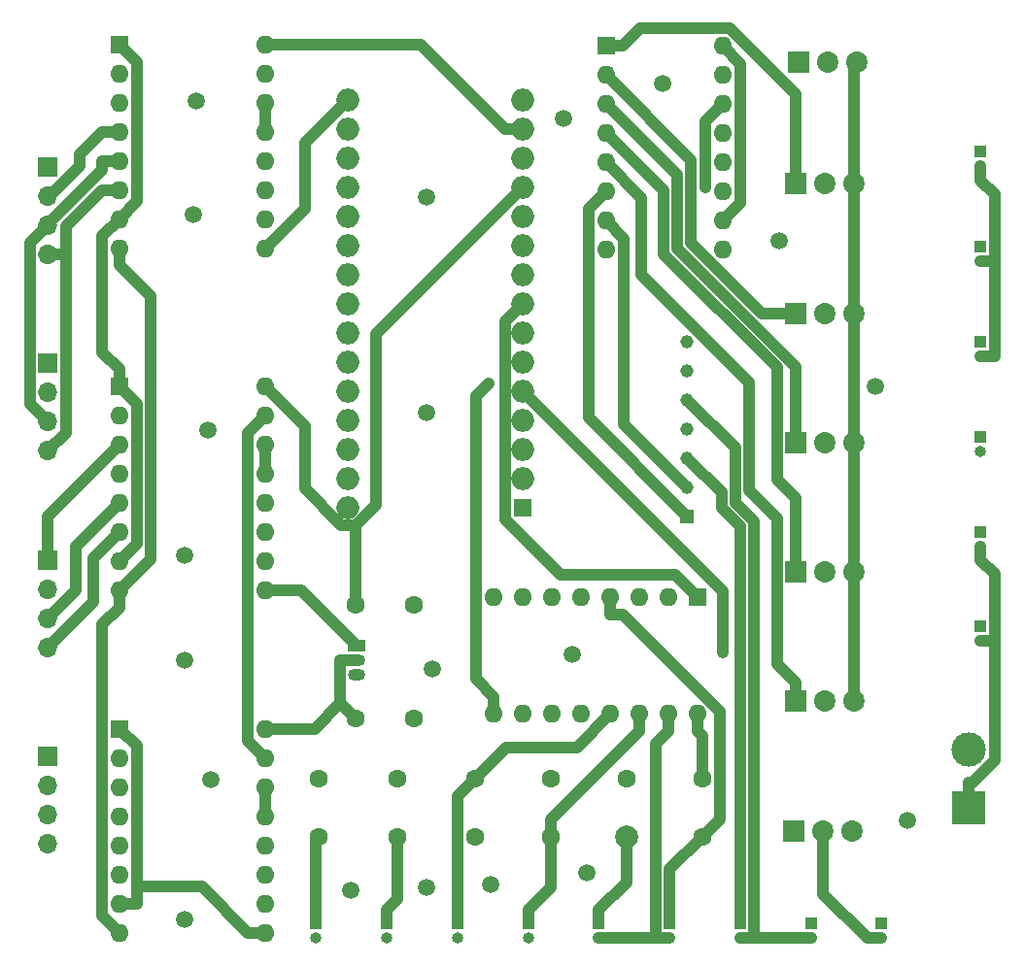
<source format=gbr>
%TF.GenerationSoftware,KiCad,Pcbnew,(6.0.6-0)*%
%TF.CreationDate,2022-11-10T09:38:14+09:00*%
%TF.ProjectId,WB,57422e6b-6963-4616-945f-706362585858,rev?*%
%TF.SameCoordinates,PX8ecbe88PY65dbed8*%
%TF.FileFunction,Copper,L2,Bot*%
%TF.FilePolarity,Positive*%
%FSLAX46Y46*%
G04 Gerber Fmt 4.6, Leading zero omitted, Abs format (unit mm)*
G04 Created by KiCad (PCBNEW (6.0.6-0)) date 2022-11-10 09:38:14*
%MOMM*%
%LPD*%
G01*
G04 APERTURE LIST*
%TA.AperFunction,ComponentPad*%
%ADD10R,1.860000X1.860000*%
%TD*%
%TA.AperFunction,ComponentPad*%
%ADD11C,1.860000*%
%TD*%
%TA.AperFunction,ComponentPad*%
%ADD12R,1.600000X1.600000*%
%TD*%
%TA.AperFunction,ComponentPad*%
%ADD13O,1.600000X1.600000*%
%TD*%
%TA.AperFunction,ComponentPad*%
%ADD14R,1.500000X1.050000*%
%TD*%
%TA.AperFunction,ComponentPad*%
%ADD15O,1.500000X1.050000*%
%TD*%
%TA.AperFunction,ComponentPad*%
%ADD16C,1.600000*%
%TD*%
%TA.AperFunction,ComponentPad*%
%ADD17R,1.000000X1.000000*%
%TD*%
%TA.AperFunction,ComponentPad*%
%ADD18O,1.000000X1.000000*%
%TD*%
%TA.AperFunction,ComponentPad*%
%ADD19R,1.700000X1.700000*%
%TD*%
%TA.AperFunction,ComponentPad*%
%ADD20O,1.700000X1.700000*%
%TD*%
%TA.AperFunction,ComponentPad*%
%ADD21C,2.000000*%
%TD*%
%TA.AperFunction,ComponentPad*%
%ADD22R,3.000000X3.000000*%
%TD*%
%TA.AperFunction,ComponentPad*%
%ADD23C,3.000000*%
%TD*%
%TA.AperFunction,ComponentPad*%
%ADD24R,1.160000X1.160000*%
%TD*%
%TA.AperFunction,ComponentPad*%
%ADD25C,1.160000*%
%TD*%
%TA.AperFunction,ComponentPad*%
%ADD26O,2.000000X2.000000*%
%TD*%
%TA.AperFunction,ViaPad*%
%ADD27C,1.500000*%
%TD*%
%TA.AperFunction,ViaPad*%
%ADD28C,0.800000*%
%TD*%
%TA.AperFunction,Conductor*%
%ADD29C,1.000000*%
%TD*%
G04 APERTURE END LIST*
D10*
%TO.P,Q2,1,G*%
%TO.N,Net-(Q2-Pad1)*%
X68700500Y68980500D03*
D11*
%TO.P,Q2,2,D*%
%TO.N,Net-(D2-Pad1)*%
X71240500Y68980500D03*
%TO.P,Q2,3,S*%
%TO.N,GND*%
X73780500Y68980500D03*
%TD*%
D12*
%TO.P,A2,1,GND*%
%TO.N,GND*%
X9789000Y51308000D03*
D13*
%TO.P,A2,2,VDD*%
%TO.N,VCC*%
X9789000Y48768000D03*
%TO.P,A2,3,1B*%
%TO.N,Net-(A2-Pad3)*%
X9789000Y46228000D03*
%TO.P,A2,4,1A*%
%TO.N,Net-(A2-Pad4)*%
X9789000Y43688000D03*
%TO.P,A2,5,2A*%
%TO.N,Net-(A2-Pad5)*%
X9789000Y41148000D03*
%TO.P,A2,6,2B*%
%TO.N,Net-(A2-Pad6)*%
X9789000Y38608000D03*
%TO.P,A2,7,GND*%
%TO.N,GND*%
X9789000Y36068000D03*
%TO.P,A2,8,VMOT*%
%TO.N,+24V*%
X9789000Y33528000D03*
%TO.P,A2,9,~{ENABLE}*%
%TO.N,GND*%
X22489000Y33528000D03*
%TO.P,A2,10,MS1*%
%TO.N,unconnected-(A2-Pad10)*%
X22489000Y36068000D03*
%TO.P,A2,11,MS2*%
%TO.N,unconnected-(A2-Pad11)*%
X22489000Y38608000D03*
%TO.P,A2,12,MS3*%
%TO.N,unconnected-(A2-Pad12)*%
X22489000Y41148000D03*
%TO.P,A2,13,~{RESET}*%
%TO.N,Net-(A2-Pad13)*%
X22489000Y43688000D03*
%TO.P,A2,14,~{SLEEP}*%
X22489000Y46228000D03*
%TO.P,A2,15,STEP*%
%TO.N,Net-(A2-Pad15)*%
X22489000Y48768000D03*
%TO.P,A2,16,DIR*%
%TO.N,Net-(A2-Pad16)*%
X22489000Y51308000D03*
%TD*%
D14*
%TO.P,Q8,1,E*%
%TO.N,GND*%
X30475000Y28702000D03*
D15*
%TO.P,Q8,2,C*%
%TO.N,Net-(A3-Pad16)*%
X30475000Y27432000D03*
%TO.P,Q8,3,B*%
%TO.N,Net-(Q8-Pad3)*%
X30475000Y26162000D03*
%TD*%
D16*
%TO.P,R7,1*%
%TO.N,Net-(A3-Pad16)*%
X30353000Y22352000D03*
%TO.P,R7,2*%
%TO.N,VCC*%
X35433000Y22352000D03*
%TD*%
%TO.P,R3,1*%
%TO.N,D2*%
X40767000Y17135000D03*
%TO.P,R3,2*%
%TO.N,VCC*%
X40767000Y12055000D03*
%TD*%
D17*
%TO.P,D1,1,K*%
%TO.N,Net-(D1-Pad1)*%
X84836000Y71770000D03*
D18*
%TO.P,D1,2,A*%
%TO.N,+24V*%
X84836000Y70500000D03*
%TD*%
D16*
%TO.P,R8,1*%
%TO.N,Net-(A2-Pad16)*%
X30353000Y32258000D03*
%TO.P,R8,2*%
%TO.N,Net-(Q8-Pad3)*%
X35433000Y32258000D03*
%TD*%
D17*
%TO.P,SW5,1,1*%
%TO.N,D4*%
X51562000Y4460000D03*
D18*
%TO.P,SW5,2,2*%
%TO.N,GND*%
X51562000Y3190000D03*
%TD*%
D17*
%TO.P,SW1,1,1*%
%TO.N,D0*%
X26924000Y4460000D03*
D18*
%TO.P,SW1,2,2*%
%TO.N,GND*%
X26924000Y3190000D03*
%TD*%
D19*
%TO.P,J2,1,Pin_1*%
%TO.N,Net-(A1-Pad3)*%
X3556000Y53330000D03*
D20*
%TO.P,J2,2,Pin_2*%
%TO.N,Net-(A1-Pad4)*%
X3556000Y50790000D03*
%TO.P,J2,3,Pin_3*%
%TO.N,Net-(A1-Pad5)*%
X3556000Y48250000D03*
%TO.P,J2,4,Pin_4*%
%TO.N,Net-(A1-Pad6)*%
X3556000Y45710000D03*
%TD*%
D16*
%TO.P,R1,1*%
%TO.N,D0*%
X27178000Y12065000D03*
%TO.P,R1,2*%
%TO.N,VCC*%
X27178000Y17145000D03*
%TD*%
D21*
%TO.P,R5,1*%
%TO.N,D4*%
X53975000Y12065000D03*
D16*
%TO.P,R5,2*%
%TO.N,VCC*%
X53975000Y17145000D03*
%TD*%
D12*
%TO.P,U1,1,~{PL}*%
%TO.N,Net-(A4-Pad8)*%
X60183000Y32913000D03*
D13*
%TO.P,U1,2,CP*%
%TO.N,Net-(A4-Pad7)*%
X57643000Y32913000D03*
%TO.P,U1,3,D4*%
%TO.N,D4*%
X55103000Y32913000D03*
%TO.P,U1,4,D5*%
%TO.N,D5*%
X52563000Y32913000D03*
%TO.P,U1,5,D6*%
%TO.N,unconnected-(U1-Pad5)*%
X50023000Y32913000D03*
%TO.P,U1,6,D7*%
%TO.N,unconnected-(U1-Pad6)*%
X47483000Y32913000D03*
%TO.P,U1,7,~{Q7}*%
%TO.N,unconnected-(U1-Pad7)*%
X44943000Y32913000D03*
%TO.P,U1,8,GND*%
%TO.N,GND*%
X42403000Y32913000D03*
%TO.P,U1,9,Q7*%
%TO.N,Net-(A4-Pad6)*%
X42403000Y22753000D03*
%TO.P,U1,10,DS*%
%TO.N,GND*%
X44943000Y22753000D03*
%TO.P,U1,11,D0*%
%TO.N,D0*%
X47483000Y22753000D03*
%TO.P,U1,12,D1*%
%TO.N,D1*%
X50023000Y22753000D03*
%TO.P,U1,13,D2*%
%TO.N,D2*%
X52563000Y22753000D03*
%TO.P,U1,14,D3*%
%TO.N,D3*%
X55103000Y22753000D03*
%TO.P,U1,15,~{CE}*%
%TO.N,GND*%
X57643000Y22753000D03*
%TO.P,U1,16,VCC*%
%TO.N,VCC*%
X60183000Y22753000D03*
%TD*%
D10*
%TO.P,Q1,1,G*%
%TO.N,Net-(Q1-Pad1)*%
X68954500Y79627000D03*
D11*
%TO.P,Q1,2,D*%
%TO.N,Net-(D1-Pad1)*%
X71494500Y79627000D03*
%TO.P,Q1,3,S*%
%TO.N,GND*%
X74034500Y79627000D03*
%TD*%
D10*
%TO.P,Q3,1,G*%
%TO.N,Net-(Q3-Pad1)*%
X68700500Y57699000D03*
D11*
%TO.P,Q3,2,D*%
%TO.N,Net-(D3-Pad1)*%
X71240500Y57699000D03*
%TO.P,Q3,3,S*%
%TO.N,GND*%
X73780500Y57699000D03*
%TD*%
D12*
%TO.P,U2,1,QB*%
%TO.N,Net-(Q2-Pad1)*%
X52177000Y81011000D03*
D13*
%TO.P,U2,2,QC*%
%TO.N,Net-(Q3-Pad1)*%
X52177000Y78471000D03*
%TO.P,U2,3,QD*%
%TO.N,Net-(Q4-Pad1)*%
X52177000Y75931000D03*
%TO.P,U2,4,QE*%
%TO.N,Net-(Q5-Pad1)*%
X52177000Y73391000D03*
%TO.P,U2,5,QF*%
%TO.N,Net-(Q6-Pad1)*%
X52177000Y70851000D03*
%TO.P,U2,6,QG*%
%TO.N,Net-(U2-Pad6)*%
X52177000Y68311000D03*
%TO.P,U2,7,QH*%
%TO.N,Net-(U2-Pad7)*%
X52177000Y65771000D03*
%TO.P,U2,8,GND*%
%TO.N,GND*%
X52177000Y63231000D03*
%TO.P,U2,9,QH'*%
%TO.N,unconnected-(U2-Pad9)*%
X62337000Y63231000D03*
%TO.P,U2,10,~{SRCLR}*%
%TO.N,VCC*%
X62337000Y65771000D03*
%TO.P,U2,11,SRCLK*%
%TO.N,Net-(A4-Pad10)*%
X62337000Y68311000D03*
%TO.P,U2,12,RCLK*%
%TO.N,Net-(A4-Pad9)*%
X62337000Y70851000D03*
%TO.P,U2,13,~{OE}*%
%TO.N,GND*%
X62337000Y73391000D03*
%TO.P,U2,14,SER*%
%TO.N,Net-(A4-Pad11)*%
X62337000Y75931000D03*
%TO.P,U2,15,QA*%
%TO.N,Net-(Q1-Pad1)*%
X62337000Y78471000D03*
%TO.P,U2,16,VCC*%
%TO.N,VCC*%
X62337000Y81011000D03*
%TD*%
D12*
%TO.P,A1,1,GND*%
%TO.N,GND*%
X9789000Y81153000D03*
D13*
%TO.P,A1,2,VDD*%
%TO.N,VCC*%
X9789000Y78613000D03*
%TO.P,A1,3,1B*%
%TO.N,Net-(A1-Pad3)*%
X9789000Y76073000D03*
%TO.P,A1,4,1A*%
%TO.N,Net-(A1-Pad4)*%
X9789000Y73533000D03*
%TO.P,A1,5,2A*%
%TO.N,Net-(A1-Pad5)*%
X9789000Y70993000D03*
%TO.P,A1,6,2B*%
%TO.N,Net-(A1-Pad6)*%
X9789000Y68453000D03*
%TO.P,A1,7,GND*%
%TO.N,GND*%
X9789000Y65913000D03*
%TO.P,A1,8,VMOT*%
%TO.N,+24V*%
X9789000Y63373000D03*
%TO.P,A1,9,~{ENABLE}*%
%TO.N,Net-(A1-Pad9)*%
X22489000Y63373000D03*
%TO.P,A1,10,MS1*%
%TO.N,unconnected-(A1-Pad10)*%
X22489000Y65913000D03*
%TO.P,A1,11,MS2*%
%TO.N,unconnected-(A1-Pad11)*%
X22489000Y68453000D03*
%TO.P,A1,12,MS3*%
%TO.N,unconnected-(A1-Pad12)*%
X22489000Y70993000D03*
%TO.P,A1,13,~{RESET}*%
%TO.N,Net-(A1-Pad13)*%
X22489000Y73533000D03*
%TO.P,A1,14,~{SLEEP}*%
X22489000Y76073000D03*
%TO.P,A1,15,STEP*%
%TO.N,Net-(A1-Pad15)*%
X22489000Y78613000D03*
%TO.P,A1,16,DIR*%
%TO.N,Net-(A1-Pad16)*%
X22489000Y81153000D03*
%TD*%
D17*
%TO.P,SW2,1,1*%
%TO.N,D1*%
X33083500Y4460000D03*
D18*
%TO.P,SW2,2,2*%
%TO.N,GND*%
X33083500Y3190000D03*
%TD*%
D17*
%TO.P,J5,1,Pin_1*%
%TO.N,Net-(J4-Pad1)*%
X84836000Y30358000D03*
D18*
%TO.P,J5,2,Pin_2*%
%TO.N,+24V*%
X84836000Y29088000D03*
%TD*%
D17*
%TO.P,D4,1,K*%
%TO.N,Net-(D4-Pad1)*%
X84836000Y46922800D03*
D18*
%TO.P,D4,2,A*%
%TO.N,+24V*%
X84836000Y45652800D03*
%TD*%
D10*
%TO.P,Q4,1,G*%
%TO.N,Net-(Q4-Pad1)*%
X68700500Y46417500D03*
D11*
%TO.P,Q4,2,D*%
%TO.N,Net-(D4-Pad1)*%
X71240500Y46417500D03*
%TO.P,Q4,3,S*%
%TO.N,GND*%
X73780500Y46417500D03*
%TD*%
D10*
%TO.P,Q5,1,G*%
%TO.N,Net-(Q5-Pad1)*%
X68700500Y35136000D03*
D11*
%TO.P,Q5,2,D*%
%TO.N,Net-(D5-Pad1)*%
X71240500Y35136000D03*
%TO.P,Q5,3,S*%
%TO.N,GND*%
X73780500Y35136000D03*
%TD*%
D16*
%TO.P,R2,1*%
%TO.N,D1*%
X34036000Y12065000D03*
%TO.P,R2,2*%
%TO.N,VCC*%
X34036000Y17145000D03*
%TD*%
D17*
%TO.P,D5,1,K*%
%TO.N,Net-(D5-Pad1)*%
X84836000Y38640400D03*
D18*
%TO.P,D5,2,A*%
%TO.N,+24V*%
X84836000Y37370400D03*
%TD*%
D19*
%TO.P,J3,1,Pin_1*%
%TO.N,Net-(A2-Pad3)*%
X3556000Y36185000D03*
D20*
%TO.P,J3,2,Pin_2*%
%TO.N,Net-(A2-Pad4)*%
X3556000Y33645000D03*
%TO.P,J3,3,Pin_3*%
%TO.N,Net-(A2-Pad5)*%
X3556000Y31105000D03*
%TO.P,J3,4,Pin_4*%
%TO.N,Net-(A2-Pad6)*%
X3556000Y28565000D03*
%TD*%
D17*
%TO.P,J7,1,Pin_1*%
%TO.N,Net-(J5-Pad1)*%
X70040500Y4460000D03*
D18*
%TO.P,J7,2,Pin_2*%
%TO.N,Net-(J5-Pad2)*%
X70040500Y3190000D03*
%TD*%
D12*
%TO.P,A3,1,GND*%
%TO.N,GND*%
X9789000Y21463000D03*
D13*
%TO.P,A3,2,VDD*%
%TO.N,VCC*%
X9789000Y18923000D03*
%TO.P,A3,3,1B*%
%TO.N,Net-(A3-Pad3)*%
X9789000Y16383000D03*
%TO.P,A3,4,1A*%
%TO.N,Net-(A3-Pad4)*%
X9789000Y13843000D03*
%TO.P,A3,5,2A*%
%TO.N,Net-(A3-Pad5)*%
X9789000Y11303000D03*
%TO.P,A3,6,2B*%
%TO.N,Net-(A3-Pad6)*%
X9789000Y8763000D03*
%TO.P,A3,7,GND*%
%TO.N,GND*%
X9789000Y6223000D03*
%TO.P,A3,8,VMOT*%
%TO.N,+24V*%
X9789000Y3683000D03*
%TO.P,A3,9,~{ENABLE}*%
%TO.N,GND*%
X22489000Y3683000D03*
%TO.P,A3,10,MS1*%
%TO.N,unconnected-(A3-Pad10)*%
X22489000Y6223000D03*
%TO.P,A3,11,MS2*%
%TO.N,unconnected-(A3-Pad11)*%
X22489000Y8763000D03*
%TO.P,A3,12,MS3*%
%TO.N,unconnected-(A3-Pad12)*%
X22489000Y11303000D03*
%TO.P,A3,13,~{RESET}*%
%TO.N,Net-(A3-Pad13)*%
X22489000Y13843000D03*
%TO.P,A3,14,~{SLEEP}*%
X22489000Y16383000D03*
%TO.P,A3,15,STEP*%
%TO.N,Net-(A2-Pad15)*%
X22489000Y18923000D03*
%TO.P,A3,16,DIR*%
%TO.N,Net-(A3-Pad16)*%
X22489000Y21463000D03*
%TD*%
D10*
%TO.P,Q6,1,G*%
%TO.N,Net-(Q6-Pad1)*%
X68700500Y23854500D03*
D11*
%TO.P,Q6,2,D*%
%TO.N,Net-(J4-Pad1)*%
X71240500Y23854500D03*
%TO.P,Q6,3,S*%
%TO.N,GND*%
X73780500Y23854500D03*
%TD*%
D22*
%TO.P,J8,1,Pin_1*%
%TO.N,+24V*%
X83820000Y14605000D03*
D23*
%TO.P,J8,2,Pin_2*%
%TO.N,GND*%
X83820000Y19685000D03*
%TD*%
D24*
%TO.P,U3,1,IN1*%
%TO.N,Net-(U2-Pad6)*%
X59264000Y40005000D03*
D25*
%TO.P,U3,2,IN2*%
%TO.N,Net-(U2-Pad7)*%
X59264000Y42545000D03*
%TO.P,U3,3,OUT1*%
%TO.N,Net-(J5-Pad1)*%
X59264000Y45085000D03*
%TO.P,U3,4,GND*%
%TO.N,GND*%
X59264000Y47625000D03*
%TO.P,U3,5,OUT2*%
%TO.N,Net-(J5-Pad2)*%
X59264000Y50165000D03*
%TO.P,U3,6,N.C.*%
%TO.N,unconnected-(U3-Pad6)*%
X59264000Y52705000D03*
%TO.P,U3,7,VM*%
%TO.N,+24V*%
X59264000Y55245000D03*
%TD*%
D17*
%TO.P,J6,1,Pin_1*%
%TO.N,Net-(J5-Pad1)*%
X63881000Y4460000D03*
D18*
%TO.P,J6,2,Pin_2*%
%TO.N,Net-(J5-Pad2)*%
X63881000Y3190000D03*
%TD*%
D16*
%TO.P,R4,1*%
%TO.N,D3*%
X47371000Y12065000D03*
%TO.P,R4,2*%
%TO.N,VCC*%
X47371000Y17145000D03*
%TD*%
D17*
%TO.P,SW3,1,1*%
%TO.N,D2*%
X39243000Y4460000D03*
D18*
%TO.P,SW3,2,2*%
%TO.N,GND*%
X39243000Y3190000D03*
%TD*%
D17*
%TO.P,SW4,1,1*%
%TO.N,D3*%
X45402500Y4460000D03*
D18*
%TO.P,SW4,2,2*%
%TO.N,GND*%
X45402500Y3190000D03*
%TD*%
D12*
%TO.P,A4,1,D1/TX*%
%TO.N,unconnected-(A4-Pad1)*%
X44948000Y40767000D03*
D26*
%TO.P,A4,2,D0/RX*%
%TO.N,unconnected-(A4-Pad2)*%
X44948000Y43307000D03*
%TO.P,A4,3,~{RESET}*%
%TO.N,unconnected-(A4-Pad3)*%
X44948000Y45847000D03*
%TO.P,A4,4,GND*%
%TO.N,GND*%
X44948000Y48387000D03*
%TO.P,A4,5,D2*%
%TO.N,Net-(A4-Pad5)*%
X44948000Y50927000D03*
%TO.P,A4,6,D3*%
%TO.N,Net-(A4-Pad6)*%
X44948000Y53467000D03*
%TO.P,A4,7,D4*%
%TO.N,Net-(A4-Pad7)*%
X44948000Y56007000D03*
%TO.P,A4,8,D5*%
%TO.N,Net-(A4-Pad8)*%
X44948000Y58547000D03*
%TO.P,A4,9,D6*%
%TO.N,Net-(A4-Pad9)*%
X44948000Y61087000D03*
%TO.P,A4,10,D7*%
%TO.N,Net-(A4-Pad10)*%
X44948000Y63627000D03*
%TO.P,A4,11,D8*%
%TO.N,Net-(A4-Pad11)*%
X44948000Y66167000D03*
%TO.P,A4,12,D9*%
%TO.N,Net-(A2-Pad16)*%
X44948000Y68707000D03*
%TO.P,A4,13,D10*%
%TO.N,Net-(A2-Pad15)*%
X44948000Y71247000D03*
%TO.P,A4,14,D11*%
%TO.N,Net-(A1-Pad16)*%
X44948000Y73787000D03*
%TO.P,A4,15,D12*%
%TO.N,Net-(A1-Pad15)*%
X44948000Y76327000D03*
%TO.P,A4,16,D13*%
%TO.N,Net-(A1-Pad9)*%
X29708000Y76327000D03*
%TO.P,A4,17,3V3*%
%TO.N,unconnected-(A4-Pad17)*%
X29708000Y73787000D03*
%TO.P,A4,18,AREF*%
%TO.N,unconnected-(A4-Pad18)*%
X29708000Y71247000D03*
%TO.P,A4,19,A0*%
%TO.N,unconnected-(A4-Pad19)*%
X29708000Y68707000D03*
%TO.P,A4,20,A1*%
%TO.N,unconnected-(A4-Pad20)*%
X29708000Y66167000D03*
%TO.P,A4,21,A2*%
%TO.N,unconnected-(A4-Pad21)*%
X29708000Y63627000D03*
%TO.P,A4,22,A3*%
%TO.N,unconnected-(A4-Pad22)*%
X29708000Y61087000D03*
%TO.P,A4,23,A4*%
%TO.N,unconnected-(A4-Pad23)*%
X29708000Y58547000D03*
%TO.P,A4,24,A5*%
%TO.N,unconnected-(A4-Pad24)*%
X29708000Y56007000D03*
%TO.P,A4,25,A6*%
%TO.N,unconnected-(A4-Pad25)*%
X29708000Y53467000D03*
%TO.P,A4,26,A7*%
%TO.N,unconnected-(A4-Pad26)*%
X29708000Y50927000D03*
%TO.P,A4,27,+5V*%
%TO.N,VCC*%
X29708000Y48387000D03*
%TO.P,A4,28,~{RESET}*%
%TO.N,unconnected-(A4-Pad28)*%
X29708000Y45847000D03*
%TO.P,A4,29,GND*%
%TO.N,GND*%
X29708000Y43307000D03*
%TO.P,A4,30,VIN*%
%TO.N,unconnected-(A4-Pad30)*%
X29708000Y40767000D03*
%TD*%
D19*
%TO.P,J4,1,Pin_1*%
%TO.N,Net-(A3-Pad3)*%
X3556000Y19040000D03*
D20*
%TO.P,J4,2,Pin_2*%
%TO.N,Net-(A3-Pad4)*%
X3556000Y16500000D03*
%TO.P,J4,3,Pin_3*%
%TO.N,Net-(A3-Pad5)*%
X3556000Y13960000D03*
%TO.P,J4,4,Pin_4*%
%TO.N,Net-(A3-Pad6)*%
X3556000Y11420000D03*
%TD*%
D17*
%TO.P,M1,1,+*%
%TO.N,+24V*%
X76200000Y4460000D03*
D18*
%TO.P,M1,2,-*%
%TO.N,Net-(M1-Pad2)*%
X76200000Y3190000D03*
%TD*%
D19*
%TO.P,J1,1,Pin_1*%
%TO.N,Net-(A1-Pad3)*%
X3556000Y70475000D03*
D20*
%TO.P,J1,2,Pin_2*%
%TO.N,Net-(A1-Pad4)*%
X3556000Y67935000D03*
%TO.P,J1,3,Pin_3*%
%TO.N,Net-(A1-Pad5)*%
X3556000Y65395000D03*
%TO.P,J1,4,Pin_4*%
%TO.N,Net-(A1-Pad6)*%
X3556000Y62855000D03*
%TD*%
D17*
%TO.P,D2,1,K*%
%TO.N,Net-(D2-Pad1)*%
X84836000Y63487600D03*
D18*
%TO.P,D2,2,A*%
%TO.N,+24V*%
X84836000Y62217600D03*
%TD*%
D16*
%TO.P,R6,1*%
%TO.N,D5*%
X60579000Y12065000D03*
%TO.P,R6,2*%
%TO.N,VCC*%
X60579000Y17145000D03*
%TD*%
D10*
%TO.P,Q7,1,G*%
%TO.N,Net-(A4-Pad5)*%
X68580000Y12573000D03*
D11*
%TO.P,Q7,2,D*%
%TO.N,Net-(M1-Pad2)*%
X71120000Y12573000D03*
%TO.P,Q7,3,S*%
%TO.N,GND*%
X73660000Y12573000D03*
%TD*%
D17*
%TO.P,D3,1,K*%
%TO.N,Net-(D3-Pad1)*%
X84836000Y55205200D03*
D18*
%TO.P,D3,2,A*%
%TO.N,+24V*%
X84836000Y53935200D03*
%TD*%
D17*
%TO.P,SW6,1,1*%
%TO.N,D5*%
X57721500Y4460000D03*
D18*
%TO.P,SW6,2,2*%
%TO.N,GND*%
X57721500Y3190000D03*
%TD*%
D27*
%TO.N,*%
X57150000Y77724000D03*
X29972000Y7366000D03*
X49276000Y27940000D03*
X50546000Y8890000D03*
X16510000Y76200000D03*
X36576000Y49022000D03*
X67310000Y64008000D03*
X48514000Y74676000D03*
X16256000Y66294000D03*
X15494000Y36576000D03*
X15494000Y4826000D03*
X42164000Y7874000D03*
X75692000Y51308000D03*
X17780000Y17018000D03*
X17526000Y47498000D03*
X36576000Y7620000D03*
X78486000Y13462000D03*
X36576000Y67818000D03*
X37084000Y26670000D03*
X15494000Y27432000D03*
D28*
%TO.N,Net-(A4-Pad6)*%
X41924300Y51577300D03*
%TO.N,Net-(A4-Pad11)*%
X60836700Y68692600D03*
%TO.N,Net-(A4-Pad5)*%
X62390700Y28152200D03*
%TD*%
D29*
%TO.N,+24V*%
X86036300Y62217600D02*
X86036300Y68099400D01*
X9789000Y63373000D02*
X9789000Y61872700D01*
X86036300Y18746600D02*
X86036300Y29088000D01*
X84836000Y70500000D02*
X84836000Y69299700D01*
X86036300Y34969800D02*
X84836000Y36170100D01*
X8288600Y30527300D02*
X9789000Y32027700D01*
X83820000Y16805300D02*
X84095000Y16805300D01*
X84836000Y37370400D02*
X84836000Y36170100D01*
X85736200Y62217600D02*
X86036300Y62217600D01*
X9789000Y33528000D02*
X12506700Y36245700D01*
X8288600Y5183400D02*
X8288600Y30527300D01*
X9789000Y33528000D02*
X9789000Y32027700D01*
X84836000Y53935200D02*
X86036300Y53935200D01*
X86036300Y62217600D02*
X86036300Y53935200D01*
X84836000Y62217600D02*
X85736200Y62217600D01*
X86036300Y29088000D02*
X86036300Y34969800D01*
X86036300Y68099400D02*
X84836000Y69299700D01*
X84095000Y16805300D02*
X86036300Y18746600D01*
X12506700Y36245700D02*
X12506700Y59155000D01*
X84836000Y29088000D02*
X86036300Y29088000D01*
X9789000Y3683000D02*
X8288600Y5183400D01*
X12506700Y59155000D02*
X9789000Y61872700D01*
X83820000Y14605000D02*
X83820000Y16805300D01*
%TO.N,GND*%
X11289300Y6223000D02*
X11289300Y7723300D01*
X9789000Y6223000D02*
X11289300Y6223000D01*
X57643000Y22753000D02*
X57643000Y21252700D01*
X73780500Y79373000D02*
X73780500Y68980500D01*
X25649000Y33528000D02*
X23989300Y33528000D01*
X22489000Y33528000D02*
X23989300Y33528000D01*
X8288700Y54308600D02*
X8288700Y64412700D01*
X57721500Y3190000D02*
X57121400Y3190000D01*
X9789000Y51308000D02*
X9789000Y52808300D01*
X9789000Y65913000D02*
X11326500Y67450500D01*
X73780500Y57699000D02*
X73780500Y68980500D01*
X11297900Y37576900D02*
X11297900Y49799100D01*
X8288700Y64412700D02*
X9789000Y65913000D01*
X56521200Y3190000D02*
X56521200Y20130900D01*
X56521200Y20130900D02*
X57643000Y21252700D01*
X73780500Y35136000D02*
X73780500Y46417500D01*
X11289400Y19962600D02*
X9789000Y21463000D01*
X16948300Y7723400D02*
X11289400Y7723400D01*
X73780500Y23854500D02*
X73780500Y35136000D01*
X11297900Y49799100D02*
X9789000Y51308000D01*
X56521200Y3190000D02*
X51562000Y3190000D01*
X73780500Y46417500D02*
X73780500Y57699000D01*
X30475000Y28702000D02*
X25649000Y33528000D01*
X9789000Y52808300D02*
X8288700Y54308600D01*
X11289300Y7723300D02*
X11289400Y7723400D01*
X20988700Y3683000D02*
X16948300Y7723400D01*
X22489000Y3683000D02*
X20988700Y3683000D01*
X9789000Y36068000D02*
X11297900Y37576900D01*
X11326500Y79615500D02*
X9789000Y81153000D01*
X57121400Y3190000D02*
X56521200Y3190000D01*
X11326500Y67450500D02*
X11326500Y79615500D01*
X11289400Y7723400D02*
X11289400Y19962600D01*
X74034500Y79627000D02*
X73780500Y79373000D01*
%TO.N,VCC*%
X60579000Y17145000D02*
X60579000Y20856700D01*
X63895900Y67329900D02*
X62337000Y65771000D01*
X60183000Y22753000D02*
X60183000Y21252700D01*
X63895900Y79452100D02*
X63895900Y67329900D01*
X62337000Y81011000D02*
X63895900Y79452100D01*
X60579000Y20856700D02*
X60183000Y21252700D01*
%TO.N,Net-(A4-Pad8)*%
X43414600Y57013600D02*
X43414600Y39684300D01*
X43414600Y39684300D02*
X48214300Y34884600D01*
X44948000Y58547000D02*
X43414600Y57013600D01*
X48214300Y34884600D02*
X58211400Y34884600D01*
X58211400Y34884600D02*
X60183000Y32913000D01*
%TO.N,Net-(A4-Pad6)*%
X40846500Y25809800D02*
X40846500Y50499500D01*
X40846500Y50499500D02*
X41924300Y51577300D01*
X42403000Y22753000D02*
X42403000Y24253300D01*
X42403000Y24253300D02*
X40846500Y25809800D01*
%TO.N,Net-(J5-Pad1)*%
X62269000Y42080000D02*
X62269000Y40695400D01*
X62269000Y40695400D02*
X63881000Y39083400D01*
X59264000Y45085000D02*
X62269000Y42080000D01*
X63881000Y39083400D02*
X63881000Y4460000D01*
%TO.N,Net-(A1-Pad4)*%
X3556000Y67935000D02*
X3733000Y67935000D01*
X9789000Y73533000D02*
X8288700Y73533000D01*
X3733000Y67935000D02*
X6306700Y70508700D01*
X6306700Y70508700D02*
X6306700Y71551000D01*
X6306700Y71551000D02*
X8288700Y73533000D01*
%TO.N,Net-(A1-Pad5)*%
X3556000Y65395000D02*
X3556000Y65477800D01*
X8288700Y70210500D02*
X8288700Y70993000D01*
X3556000Y65395000D02*
X2005600Y63844600D01*
X2005600Y63844600D02*
X2005600Y49800400D01*
X3556000Y65477800D02*
X8288700Y70210500D01*
X2005600Y49800400D02*
X3556000Y48250000D01*
X9789000Y70993000D02*
X8288700Y70993000D01*
%TO.N,Net-(A1-Pad6)*%
X5106300Y62855000D02*
X5106300Y47260300D01*
X8288700Y68453000D02*
X5106300Y65270600D01*
X3556000Y62855000D02*
X5106300Y62855000D01*
X5106300Y47260300D02*
X3556000Y45710000D01*
X5106300Y65270600D02*
X5106300Y62855000D01*
X9789000Y68453000D02*
X8288700Y68453000D01*
%TO.N,Net-(A2-Pad3)*%
X3556000Y39995000D02*
X9789000Y46228000D01*
X3556000Y37735300D02*
X3556000Y39995000D01*
X3556000Y36185000D02*
X3556000Y37735300D01*
%TO.N,Net-(A2-Pad5)*%
X5955400Y37314400D02*
X9789000Y41148000D01*
X3556000Y31105000D02*
X5955400Y33504400D01*
X5955400Y33504400D02*
X5955400Y37314400D01*
%TO.N,Net-(A2-Pad6)*%
X7473300Y32482300D02*
X7473300Y36292300D01*
X3556000Y28565000D02*
X7473300Y32482300D01*
X7473300Y36292300D02*
X9789000Y38608000D01*
%TO.N,Net-(A3-Pad13)*%
X22489000Y16383000D02*
X22489000Y13843000D01*
%TO.N,Net-(U2-Pad6)*%
X50676600Y66810600D02*
X52177000Y68311000D01*
X59264000Y40005000D02*
X50676600Y48592400D01*
X50676600Y48592400D02*
X50676600Y66810600D01*
%TO.N,Net-(U2-Pad7)*%
X53765400Y64182600D02*
X52177000Y65771000D01*
X59264000Y42545000D02*
X53765400Y48043600D01*
X53765400Y48043600D02*
X53765400Y64182600D01*
%TO.N,D5*%
X62103000Y13589000D02*
X62103000Y22970300D01*
X57721500Y4460000D02*
X57721500Y9207500D01*
X57721500Y9207500D02*
X60579000Y12065000D01*
X53660600Y31412700D02*
X52563000Y31412700D01*
X62103000Y22970300D02*
X53660600Y31412700D01*
X52563000Y32913000D02*
X52563000Y31412700D01*
X60579000Y12065000D02*
X62103000Y13589000D01*
%TO.N,D4*%
X51562000Y4460000D02*
X51562000Y5660300D01*
X53975000Y12065000D02*
X53975000Y8073300D01*
X53975000Y8073300D02*
X51562000Y5660300D01*
%TO.N,D3*%
X45402500Y4460000D02*
X45402500Y5660300D01*
X47371000Y12065000D02*
X47371000Y13520700D01*
X47371000Y7628800D02*
X47371000Y12065000D01*
X45402500Y5660300D02*
X47371000Y7628800D01*
X55103000Y22753000D02*
X55103000Y21252700D01*
X47371000Y13520700D02*
X55103000Y21252700D01*
%TO.N,D2*%
X39243000Y15611000D02*
X40767000Y17135000D01*
X49639800Y19829800D02*
X43461800Y19829800D01*
X52563000Y22753000D02*
X49639800Y19829800D01*
X43461800Y19829800D02*
X40767000Y17135000D01*
X39243000Y4460000D02*
X39243000Y15611000D01*
%TO.N,D1*%
X34036000Y12065000D02*
X34036000Y6612800D01*
X34036000Y6612800D02*
X33083500Y5660300D01*
X33083500Y4460000D02*
X33083500Y5660300D01*
%TO.N,D0*%
X26924000Y11811000D02*
X26924000Y4460000D01*
X27178000Y12065000D02*
X26924000Y11811000D01*
%TO.N,Net-(J5-Pad2)*%
X59264000Y50165000D02*
X63469300Y45959700D01*
X63469300Y41192700D02*
X65081300Y39580700D01*
X70040500Y3190000D02*
X68840200Y3190000D01*
X63469300Y45959700D02*
X63469300Y41192700D01*
X65081300Y39580700D02*
X65081300Y3190000D01*
X65081300Y3190000D02*
X68840200Y3190000D01*
X63881000Y3190000D02*
X65081300Y3190000D01*
%TO.N,Net-(A3-Pad16)*%
X30475000Y27432000D02*
X29024700Y27432000D01*
X22489000Y21463000D02*
X26807400Y21463000D01*
X30353000Y22352000D02*
X29024700Y23680300D01*
X29024700Y23680300D02*
X29024700Y27432000D01*
X26807400Y21463000D02*
X29024700Y23680300D01*
%TO.N,Net-(Q2-Pad1)*%
X62983900Y82520100D02*
X68700500Y76803500D01*
X55186400Y82520100D02*
X62983900Y82520100D01*
X68700500Y76803500D02*
X68700500Y68980500D01*
X53677300Y81011000D02*
X55186400Y82520100D01*
X52177000Y81011000D02*
X53677300Y81011000D01*
%TO.N,Net-(Q3-Pad1)*%
X65745800Y57699000D02*
X59578400Y63866400D01*
X68700500Y57699000D02*
X67070200Y57699000D01*
X59578400Y71069600D02*
X52177000Y78471000D01*
X67070200Y57699000D02*
X65745800Y57699000D01*
X59578400Y63866400D02*
X59578400Y71069600D01*
%TO.N,Net-(Q4-Pad1)*%
X58378100Y63364100D02*
X58378100Y69729900D01*
X58378100Y69729900D02*
X52177000Y75931000D01*
X68700500Y46417500D02*
X68700500Y53041700D01*
X68700500Y53041700D02*
X58378100Y63364100D01*
%TO.N,Net-(A2-Pad16)*%
X25945700Y47851300D02*
X22489000Y51308000D01*
X32125100Y55884100D02*
X32125100Y41006700D01*
X44948000Y68707000D02*
X32125100Y55884100D01*
X25945700Y42407400D02*
X25945700Y47851300D01*
X32125100Y41006700D02*
X30353000Y39234600D01*
X30353000Y39234600D02*
X29118500Y39234600D01*
X29118500Y39234600D02*
X25945700Y42407400D01*
X30353000Y39234600D02*
X30353000Y32258000D01*
%TO.N,Net-(Q5-Pad1)*%
X57177800Y62866800D02*
X57177800Y68390200D01*
X57177800Y68390200D02*
X52177000Y73391000D01*
X68700500Y41578900D02*
X67070200Y43209200D01*
X68700500Y35136000D02*
X68700500Y41578900D01*
X67070200Y43209200D02*
X67070200Y52974400D01*
X67070200Y52974400D02*
X57177800Y62866800D01*
%TO.N,Net-(Q6-Pad1)*%
X64669600Y51650400D02*
X55251900Y61068100D01*
X67070200Y27115100D02*
X67070200Y39814200D01*
X55251900Y67776100D02*
X52177000Y70851000D01*
X64669600Y42214800D02*
X64669600Y51650400D01*
X68700500Y23854500D02*
X68700500Y25484800D01*
X55251900Y61068100D02*
X55251900Y67776100D01*
X68700500Y25484800D02*
X67070200Y27115100D01*
X67070200Y39814200D02*
X64669600Y42214800D01*
%TO.N,Net-(A1-Pad13)*%
X22489000Y76073000D02*
X22489000Y73533000D01*
%TO.N,Net-(A4-Pad11)*%
X62337000Y75931000D02*
X60836700Y74430700D01*
X60836700Y74430700D02*
X60836700Y68692600D01*
%TO.N,Net-(A2-Pad13)*%
X22489000Y46228000D02*
X22489000Y43688000D01*
%TO.N,Net-(A4-Pad5)*%
X44948000Y50927000D02*
X62390700Y33484300D01*
X62390700Y33484300D02*
X62390700Y28152200D01*
%TO.N,Net-(M1-Pad2)*%
X71120000Y7069700D02*
X74999700Y3190000D01*
X76200000Y3190000D02*
X74999700Y3190000D01*
X71120000Y12573000D02*
X71120000Y7069700D01*
%TO.N,Net-(A1-Pad9)*%
X29708000Y76327000D02*
X25961600Y72580600D01*
X25961600Y66845600D02*
X22489000Y63373000D01*
X25961600Y72580600D02*
X25961600Y66845600D01*
%TO.N,Net-(A1-Pad16)*%
X44948000Y73787000D02*
X43447700Y73787000D01*
X36081700Y81153000D02*
X22489000Y81153000D01*
X43447700Y73787000D02*
X36081700Y81153000D01*
%TO.N,Net-(A2-Pad15)*%
X20976200Y20435800D02*
X22489000Y18923000D01*
X22489000Y48768000D02*
X20976200Y47255200D01*
X20976200Y47255200D02*
X20976200Y20435800D01*
%TD*%
M02*

</source>
